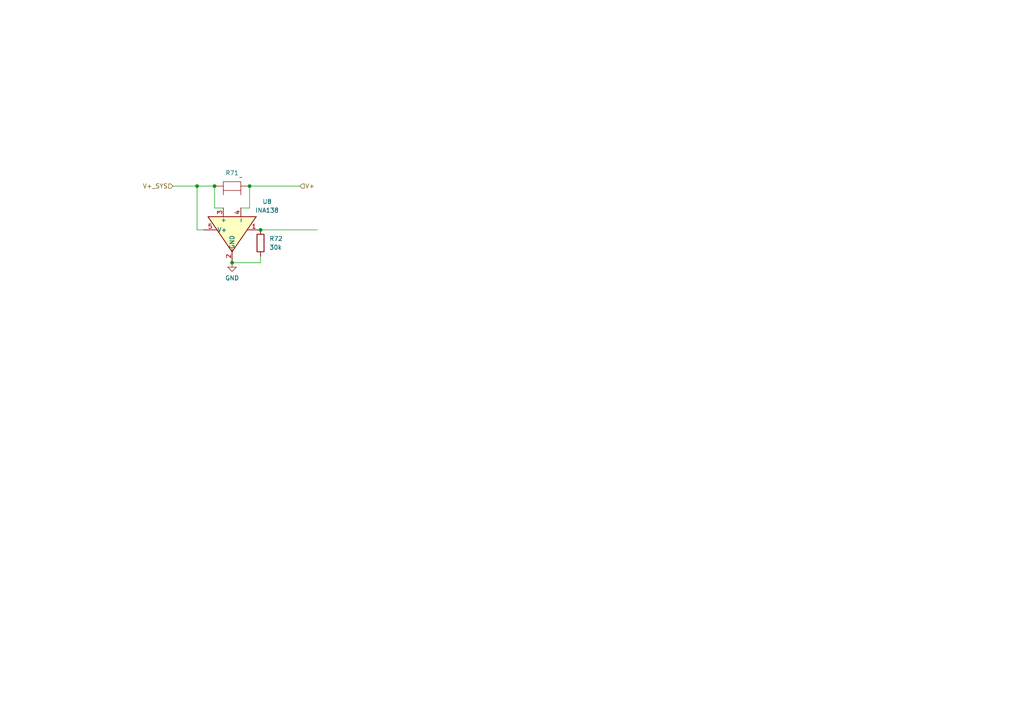
<source format=kicad_sch>
(kicad_sch (version 20230121) (generator eeschema)
  (paper "A4")
  (lib_symbols
    (symbol "Amplifier_Current:INA138" (pin_names (offset 0.127))
      (property "Reference" "U8" (at -9.4681 10.16 90))
      (property "Value" "INA138" (at -6.9281 10.16 90))
      (symbol "INA138_0_1"
        (polyline (pts (xy -5.08 6.985) (xy 5.08 0) (xy -5.08 -6.985) (xy -5.08 6.985)) (stroke (width 0.254)) (fill (type background)))
      )
      (symbol "INA138_1_1"
        (pin output line (at -1.27 8.255 270) (length 3.81) (name "~") (number "1"))
        (pin power_in line (at 8.255 0 180) (length 3.81) (name "GND") (number "2"))
        (pin input line (at -7.62 -2.54 0) (length 2.54) (name "+") (number "3"))
        (pin input line (at -7.62 2.54 0) (length 2.54) (name "-") (number "4"))
        (pin power_in line (at -1.27 -8.255 90) (length 3.81) (name "V+") (number "5"))
      )
    )
    (symbol "Device:R" (pin_numbers hide) (pin_names (offset 0))
      (property "Reference" "R" (at 2.032 0 90))
      (property "Value" "R" (at 0 0 90))
      (symbol "R_0_1"
        (rectangle (start -1.016 -2.54) (end 1.016 2.54) (stroke (width 0.254)))
      )
      (symbol "R_1_1"
        (pin passive line (at 0 3.81 270) (length 1.27) (name "~") (number "1"))
        (pin passive line (at 0 -3.81 90) (length 1.27) (name "~") (number "2"))
      )
    )
    (symbol "Robotont:HoLRT1225-3W-100mR-1%" (pin_numbers hide) (pin_names (offset 0) hide)
      (property "Reference" "R" (at -3.81 0 0))
      (symbol "HoLRT1225-3W-100mR-1%_0_1"
        (polyline (pts (xy -5.08 -3.81) (xy -5.08 -5.08)))
        (polyline (pts (xy 0 -3.81) (xy 0 -5.08)))
        (polyline (pts (xy -5.08 -2.54) (xy -5.08 -1.27) (xy 0 -1.27) (xy 0 -2.54) (xy 0 -3.81) (xy -5.08 -3.81) (xy -5.08 -2.54)))
      )
      (symbol "HoLRT1225-3W-100mR-1%_1_1"
        (pin input line (at -7.62 -2.54 0) (length 2.54) (name "1") (number "1"))
        (pin output line (at 2.54 -2.54 180) (length 2.54) (name "2") (number "2"))
      )
    )
    (symbol "power:GND" (power) (pin_names (offset 0))
      (property "Value" "GND" (at 0 -3.81 0))
      (symbol "GND_0_1"
        (polyline (pts (xy 0 0) (xy 0 -1.27) (xy 1.27 -1.27) (xy 0 -2.54) (xy -1.27 -1.27) (xy 0 -1.27)))
      )
      (symbol "GND_1_1"
        (pin power_in line (at 0 0 270) (length 0) hide (name "GND") (number "1"))
      )
    )
  )
  (junction (at 75.565 66.675))
  (junction (at 67.31 76.2))
  (junction (at 57.15 53.975))
  (junction (at 72.39 53.975))
  (junction (at 62.23 53.975))
  (wire (pts (xy 59.055 66.675) (xy 57.15 66.675)))
  (wire (pts (xy 62.23 60.325) (xy 64.77 60.325)))
  (wire (pts (xy 67.31 76.2) (xy 75.565 76.2)))
  (wire (pts (xy 72.39 53.975) (xy 86.995 53.975)))
  (wire (pts (xy 75.565 66.675) (xy 92.075 66.675)))
  (wire (pts (xy 69.85 60.325) (xy 72.39 60.325)))
  (wire (pts (xy 75.565 74.295) (xy 75.565 76.2)))
  (wire (pts (xy 50.165 53.975) (xy 57.15 53.975)))
  (wire (pts (xy 62.23 53.975) (xy 62.23 60.325)))
  (wire (pts (xy 72.39 60.325) (xy 72.39 53.975)))
  (wire (pts (xy 57.15 53.975) (xy 62.23 53.975)))
  (wire (pts (xy 57.15 66.675) (xy 57.15 53.975)))
  (hierarchical_label "V+" (shape input) (at 86.995 53.975 0))
  (hierarchical_label "V+_SYS" (shape input) (at 50.165 53.975 180))
  (symbol (lib_id "power:GND") (at 67.31 76.2 0) (unit 1)
    (property "Reference" "#PWR020" (effects hide))
    (property "Value" "GND" (at 67.31 80.645 0))
    (instances (project "mainboard" (path "" (reference "#PWR020") (unit 1)) (path "" (reference "#PWR030") (unit 1))))
  )
  (symbol (lib_id "Robotont:HoLRT1225-3W-100mR-1%") (at 69.85 51.435 0) (unit 1)
    (property "Reference" "R71" (at 67.31 50.165 0))
    (property "Value" "~" (at 69.85 51.435 0))
    (instances (project "mainboard" (path "" (reference "R71") (unit 1)) (path "" (reference "R73") (unit 1))))
  )
  (symbol (lib_id "Device:R") (at 75.565 70.485 0) (unit 1)
    (property "Reference" "R72" (at 78.105 69.215 0) (effects (justify left)))
    (property "Value" "30k" (at 78.105 71.755 0) (effects (justify left)))
    (instances (project "mainboard" (path "" (reference "R72") (unit 1)) (path "" (reference "R74") (unit 1))))
  )
  (symbol (lib_id "Amplifier_Current:INA138") (at 67.31 67.945 270) (unit 1)
    (property "Reference" "U8" (at 77.47 58.4769 90))
    (property "Value" "INA138" (at 77.47 61.0169 90))
    (property "Footprint" "Package_TO_SOT_SMD:SOT-23-5" (effects hide))
    (property "Datasheet" "http://www.ti.com/lit/ds/symlink/ina138.pdf" (effects hide))
    (instances (project "mainboard" (path "" (reference "U8") (unit 1)) (path "" (reference "U22") (unit 1))))
  )
)
</source>
